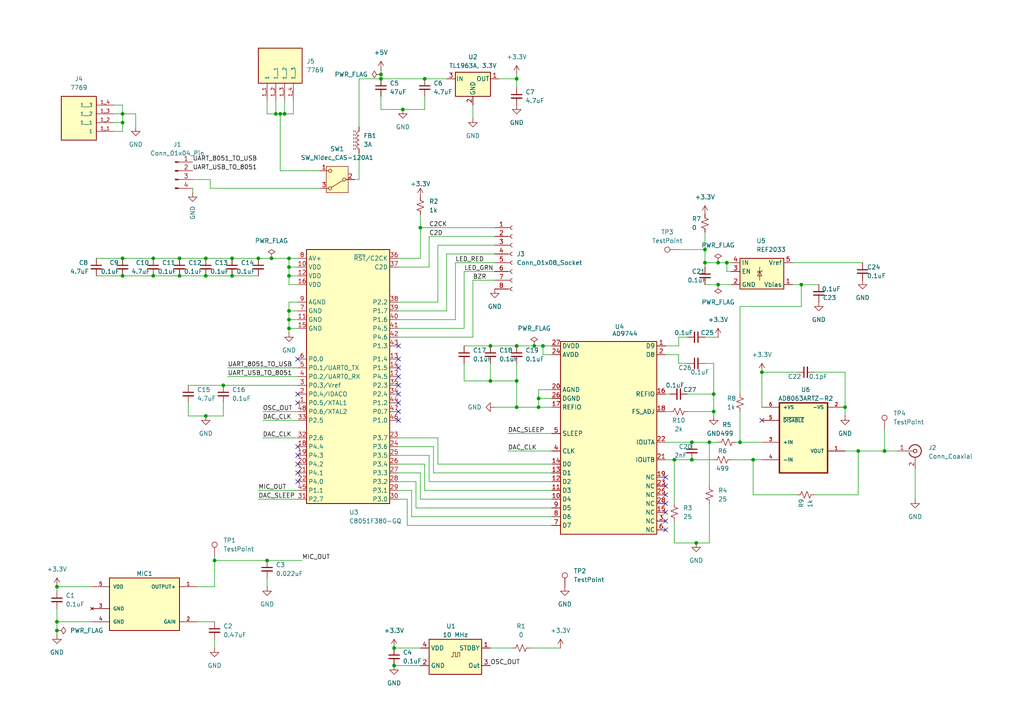
<source format=kicad_sch>
(kicad_sch (version 20231120) (generator "eeschema") (generator_version "8.0")
  (paper "A4")
  (title_block (title "AWG") (date "2024-08-14") (company "Prince Lee Muhera"))
  (lib_symbols
    (symbol "7769:7769" (pin_names (offset 1.016))
      (property "Reference" "J" (at -5.08 3.302 0))
      (property "Value" "7769" (at -5.08 -12.7 0))
      (symbol "7769_0_0"
        (pin passive line (at -10.16 0 0) (length 5.08) (name "1") (number "1_1"))
        (pin passive line (at -10.16 -2.54 0) (length 5.08) (name "1__1") (number "1_2"))
        (pin passive line (at -10.16 -5.08 0) (length 5.08) (name "1__2") (number "1_3"))
        (pin passive line (at -10.16 -7.62 0) (length 5.08) (name "1__3") (number "1_4"))
      )
    )
    (symbol "AD8063ARTZ-R2:AD8063ARTZ-R2" (pin_names (offset 1.016))
      (property "Reference" "U6" (at 5.08 11.43 0))
      (property "Value" "AD8063ARTZ-R2" (at 5.08 8.89 0))
      (symbol "AD8063ARTZ-R2_0_0"
        (pin output line (at 16.51 -6.35 180) (length 5.08) (name "VOUT") (number "1"))
        (pin power_in line (at 16.51 6.35 180) (length 5.08) (name "-VS") (number "2"))
        (pin input line (at -7.62 -3.81 0) (length 5.08) (name "+IN") (number "3"))
        (pin input line (at -7.62 -8.89 0) (length 5.08) (name "-IN") (number "4"))
        (pin power_in line (at -7.62 6.35 0) (length 5.08) (name "+VS") (number "6"))
      )
      (symbol "AD8063ARTZ-R2_1_0"
        (pin input line (at -7.62 2.54 0) (length 5.08) (name "~{DISABLE}") (number "5"))
      )
    )
    (symbol "Analog_DAC:AD9744"
      (property "Reference" "U4" (at 1.778 32.258 0))
      (property "Value" "AD9744" (at 1.016 30.226 0))
      (symbol "AD9744_1_1"
        (pin input line (at 16.51 26.67 180) (length 2.54) (name "D9") (number "1"))
        (pin input line (at -16.51 -17.78 0) (length 2.54) (name "D4") (number "10"))
        (pin input line (at -16.51 -15.24 0) (length 2.54) (name "D3") (number "11"))
        (pin input line (at -16.51 -12.7 0) (length 2.54) (name "D2") (number "12"))
        (pin input line (at -16.51 -10.16 0) (length 2.54) (name "D1") (number "13"))
        (pin input line (at -16.51 -7.62 0) (length 2.54) (name "D0") (number "14"))
        (pin input line (at 16.51 -21.59 180) (length 2.54) (name "NC") (number "15"))
        (pin input line (at 16.51 12.7 180) (length 2.54) (name "REFIO") (number "16"))
        (pin input line (at -16.51 8.89 0) (length 2.54) (name "REFIO") (number "17"))
        (pin input line (at 16.51 7.62 180) (length 2.54) (name "FS_ADJ") (number "18"))
        (pin input line (at 16.51 -11.43 180) (length 2.54) (name "NC") (number "19"))
        (pin input line (at 16.51 24.13 180) (length 2.54) (name "D8") (number "2"))
        (pin power_in line (at -16.51 13.97 0) (length 2.54) (name "AGND") (number "20"))
        (pin output line (at 16.51 -6.35 180) (length 2.54) (name "IOUTB") (number "21"))
        (pin output line (at 16.51 -1.27 180) (length 2.54) (name "IOUTA") (number "22"))
        (pin input line (at 16.51 -13.97 180) (length 2.54) (name "NC") (number "23"))
        (pin power_in line (at -16.51 24.13 0) (length 2.54) (name "AVDD") (number "24"))
        (pin input line (at 16.51 -16.51 180) (length 2.54) (name "NC") (number "25"))
        (pin power_in line (at -16.51 11.43 0) (length 2.54) (name "DGND") (number "26"))
        (pin power_in line (at -16.51 26.67 0) (length 2.54) (name "DVDD") (number "27"))
        (pin input line (at 16.51 -19.05 180) (length 2.54) (name "NC") (number "28"))
        (pin input line (at 16.51 -24.13 180) (length 2.54) (name "NC") (number "3"))
        (pin input line (at -16.51 -3.81 0) (length 2.54) (name "CLK") (number "4"))
        (pin input line (at -16.51 1.27 0) (length 2.54) (name "SLEEP") (number "5"))
        (pin input line (at 16.51 -26.67 180) (length 2.54) (name "NC") (number "6"))
        (pin input line (at -16.51 -25.4 0) (length 2.54) (name "D7") (number "7"))
        (pin input line (at -16.51 -22.86 0) (length 2.54) (name "D6") (number "8"))
        (pin input line (at -16.51 -20.32 0) (length 2.54) (name "D5") (number "9"))
      )
    )
    (symbol "Connector:Conn_01x04_Pin" (pin_names (offset 1.016) hide)
      (property "Reference" "J" (at 0 5.08 0))
      (property "Value" "Conn_01x04_Pin" (at 0 -7.62 0))
      (symbol "Conn_01x04_Pin_1_1"
        (pin passive line (at 5.08 2.54 180) (length 3.81) (name "Pin_1") (number "1"))
        (pin passive line (at 5.08 0 180) (length 3.81) (name "Pin_2") (number "2"))
        (pin passive line (at 5.08 -2.54 180) (length 3.81) (name "Pin_3") (number "3"))
        (pin passive line (at 5.08 -5.08 180) (length 3.81) (name "Pin_4") (number "4"))
      )
    )
    (symbol "Connector:Conn_01x08_Socket" (pin_names (offset 1.016) hide)
      (property "Reference" "J" (at 0 10.16 0))
      (property "Value" "Conn_01x08_Socket" (at 0 -12.7 0))
      (symbol "Conn_01x08_Socket_1_1"
        (pin passive line (at -5.08 7.62 0) (length 3.81) (name "Pin_1") (number "1"))
        (pin passive line (at -5.08 5.08 0) (length 3.81) (name "Pin_2") (number "2"))
        (pin passive line (at -5.08 2.54 0) (length 3.81) (name "Pin_3") (number "3"))
        (pin passive line (at -5.08 0 0) (length 3.81) (name "Pin_4") (number "4"))
        (pin passive line (at -5.08 -2.54 0) (length 3.81) (name "Pin_5") (number "5"))
        (pin passive line (at -5.08 -5.08 0) (length 3.81) (name "Pin_6") (number "6"))
        (pin passive line (at -5.08 -7.62 0) (length 3.81) (name "Pin_7") (number "7"))
        (pin passive line (at -5.08 -10.16 0) (length 3.81) (name "Pin_8") (number "8"))
      )
    )
    (symbol "Connector:Conn_Coaxial" (pin_names (offset 1.016) hide)
      (property "Reference" "J" (at 0.254 3.048 0))
      (property "Value" "Conn_Coaxial" (at 2.921 0 90))
      (symbol "Conn_Coaxial_1_1"
        (pin passive line (at -5.08 0 0) (length 2.54) (name "In") (number "1"))
        (pin passive line (at 0 -5.08 90) (length 2.54) (name "Ext") (number "2"))
      )
    )
    (symbol "Connector:TestPoint" (pin_numbers hide) (pin_names (offset 0.762) hide)
      (property "Reference" "TP" (at 0 6.858 0))
      (property "Value" "TestPoint" (at 0 5.08 0))
      (symbol "TestPoint_1_1"
        (pin passive line (at 0 0 90) (length 2.54) (name "1") (number "1"))
      )
    )
    (symbol "Device:C_Small" (pin_numbers hide) (pin_names (offset 0.254) hide)
      (property "Reference" "C" (at 0.254 1.778 0))
      (property "Value" "C_Small" (at 0.254 -2.032 0))
      (symbol "C_Small_1_1"
        (pin passive line (at 0 2.54 270) (length 2.032) (name "~") (number "1"))
        (pin passive line (at 0 -2.54 90) (length 2.032) (name "~") (number "2"))
      )
    )
    (symbol "Device:L_Ferrite" (pin_numbers hide) (pin_names (offset 1.016) hide)
      (property "Reference" "L" (at -1.27 0 90))
      (property "Value" "L_Ferrite" (at 2.794 0 90))
      (symbol "L_Ferrite_1_1"
        (pin passive line (at 0 3.81 270) (length 1.27) (name "1") (number "1"))
        (pin passive line (at 0 -3.81 90) (length 1.27) (name "2") (number "2"))
      )
    )
    (symbol "Device:R_Small_US" (pin_numbers hide) (pin_names (offset 0.254) hide)
      (property "Reference" "R" (at 0.762 0.508 0))
      (property "Value" "R_Small_US" (at 0.762 -1.016 0))
      (symbol "R_Small_US_1_1"
        (pin passive line (at 0 2.54 270) (length 1.016) (name "~") (number "1"))
        (pin passive line (at 0 -2.54 90) (length 1.016) (name "~") (number "2"))
      )
    )
    (symbol "MCU_SiliconLabs:C8051F380-GQ"
      (property "Reference" "U3" (at 2.1941 -38.1 0))
      (property "Value" "C8051F380-GQ" (at 2.1941 -40.64 0))
      (symbol "C8051F380-GQ_1_1"
        (pin bidirectional line (at -12.7 -6.35 0) (length 2.54) (name "P0.5/XTAL1") (number "1"))
        (pin power_in line (at -12.7 33.02 0) (length 2.54) (name "VDD") (number "10"))
        (pin power_in line (at -12.7 17.78 0) (length 2.54) (name "GND") (number "11"))
        (pin power_in line (at -12.7 30.48 0) (length 2.54) (name "VDD") (number "12"))
        (pin output line (at 16.51 6.35 180) (length 2.54) (name "P1.4") (number "13"))
        (pin bidirectional line (at 16.51 3.81 180) (length 2.54) (name "P1.5") (number "14"))
        (pin power_in line (at -12.7 15.24 0) (length 2.54) (name "GND") (number "15"))
        (pin power_in line (at -12.7 27.94 0) (length 2.54) (name "VDD") (number "16"))
        (pin bidirectional line (at 16.51 1.27 180) (length 2.54) (name "P4.5") (number "17"))
        (pin bidirectional line (at -12.7 -19.05 0) (length 2.54) (name "P4.4") (number "18"))
        (pin bidirectional line (at -12.7 -21.59 0) (length 2.54) (name "P4.3") (number "19"))
        (pin bidirectional line (at -12.7 -3.81 0) (length 2.54) (name "P0.4/IDACO") (number "2"))
        (pin bidirectional line (at -12.7 -24.13 0) (length 2.54) (name "P4.2") (number "20"))
        (pin bidirectional line (at -12.7 -26.67 0) (length 2.54) (name "P4.1") (number "21"))
        (pin bidirectional line (at -12.7 -29.21 0) (length 2.54) (name "P4.0") (number "22"))
        (pin bidirectional line (at 16.51 -16.51 180) (length 2.54) (name "P3.7") (number "23"))
        (pin bidirectional line (at 16.51 -19.05 180) (length 2.54) (name "P3.6") (number "24"))
        (pin bidirectional line (at 16.51 -21.59 180) (length 2.54) (name "P3.5") (number "25"))
        (pin bidirectional line (at 16.51 -24.13 180) (length 2.54) (name "P3.4") (number "26"))
        (pin bidirectional line (at 16.51 -26.67 180) (length 2.54) (name "P3.3") (number "27"))
        (pin bidirectional line (at 16.51 -29.21 180) (length 2.54) (name "P3.2") (number "28"))
        (pin bidirectional line (at 16.51 -31.75 180) (length 2.54) (name "P3.1") (number "29"))
        (pin bidirectional line (at -12.7 -1.27 0) (length 2.54) (name "P0.3/Vref") (number "3"))
        (pin bidirectional line (at 16.51 -34.29 180) (length 2.54) (name "P3.0") (number "30"))
        (pin bidirectional line (at -12.7 -34.29 0) (length 2.54) (name "P2.7") (number "31"))
        (pin bidirectional line (at -12.7 -16.51 0) (length 2.54) (name "P2.6") (number "32"))
        (pin bidirectional line (at -12.7 -11.43 0) (length 2.54) (name "P2.5") (number "33"))
        (pin bidirectional line (at 16.51 -3.81 180) (length 2.54) (name "P2.4") (number "34"))
        (pin bidirectional line (at 16.51 -1.27 180) (length 2.54) (name "P2.3") (number "35"))
        (pin input line (at 16.51 35.56 180) (length 2.54) (name "~{RST}/C2CK") (number "36"))
        (pin bidirectional line (at 16.51 33.02 180) (length 2.54) (name "C2D") (number "37"))
        (pin bidirectional line (at 16.51 22.86 180) (length 2.54) (name "P2.2") (number "38"))
        (pin bidirectional line (at 16.51 20.32 180) (length 2.54) (name "P1.7") (number "39"))
        (pin bidirectional line (at -12.7 1.27 0) (length 2.54) (name "P0.2/UART0_RX") (number "4"))
        (pin bidirectional line (at 16.51 17.78 180) (length 2.54) (name "P1.6") (number "40"))
        (pin bidirectional line (at 16.51 15.24 180) (length 2.54) (name "P4.5") (number "41"))
        (pin bidirectional line (at 16.51 12.7 180) (length 2.54) (name "P4.6") (number "42"))
        (pin bidirectional line (at 16.51 10.16 180) (length 2.54) (name "P1.3") (number "43"))
        (pin bidirectional line (at 16.51 -6.35 180) (length 2.54) (name "P1.2") (number "44"))
        (pin bidirectional line (at -12.7 -31.75 0) (length 2.54) (name "P1.1") (number "45"))
        (pin bidirectional line (at 16.51 -11.43 180) (length 2.54) (name "P1.0") (number "46"))
        (pin bidirectional line (at 16.51 -8.89 180) (length 2.54) (name "P0.7") (number "47"))
        (pin bidirectional line (at -12.7 -8.89 0) (length 2.54) (name "P0.6/XTAL2") (number "48"))
        (pin bidirectional line (at -12.7 3.81 0) (length 2.54) (name "P0.1/UART0_TX") (number "5"))
        (pin bidirectional line (at -12.7 6.35 0) (length 2.54) (name "P0.0") (number "6"))
        (pin power_in line (at -12.7 20.32 0) (length 2.54) (name "GND") (number "7"))
        (pin power_in line (at -12.7 35.56 0) (length 2.54) (name "AV+") (number "8"))
        (pin power_in line (at -12.7 22.86 0) (length 2.54) (name "AGND") (number "9"))
      )
    )
    (symbol "MEM_Mic:ICS-40618" (pin_names (offset 1.016))
      (property "Reference" "MIC1" (at 1.27 7.62 0))
      (symbol "ICS-40618_0_0"
        (pin output line (at 16.51 3.81 180) (length 5.08) (name "OUTPUT+") (number "1"))
        (pin power_in line (at -13.97 -6.35 0) (length 5.08) (name "GND") (number "4"))
        (pin power_in line (at -13.97 3.81 0) (length 5.08) (name "VDD") (number "5"))
      )
      (symbol "ICS-40618_1_0"
        (pin output line (at 16.51 -6.35 180) (length 5.08) (name "GAIN") (number "2"))
        (pin no_connect line (at -13.97 -2.54 0) (length 5.08) (name "GND") (number "3"))
      )
    )
    (symbol "Oscillator:ASDMB-xxxMHz"
      (property "Reference" "U?" (at 0.254 8.89 0))
      (property "Value" "ASDMB-xxxMHz" (at 0.254 6.35 0))
      (symbol "ASDMB-xxxMHz_1_1"
        (pin input line (at 10.16 2.54 180) (length 2.54) (name "STDBY") (number "1"))
        (pin power_in line (at -10.16 -2.54 0) (length 2.54) (name "GND") (number "2"))
        (pin output line (at 10.16 -2.54 180) (length 2.54) (name "Out") (number "3"))
        (pin power_in line (at -10.16 2.54 0) (length 2.54) (name "VDD") (number "4"))
      )
    )
    (symbol "Reference_Voltage:REF2033"
      (property "Reference" "U?" (at -0.3459 10.16 0))
      (property "Value" "REF2033" (at -0.3459 7.62 0))
      (symbol "REF2033_1_1"
        (pin output line (at 10.16 -2.54 180) (length 2.54) (name "Vbias") (number "1"))
        (pin power_in line (at -7.62 -2.54 0) (length 2.54) (name "GND") (number "2"))
        (pin input line (at -7.62 1.27 0) (length 2.54) (name "EN") (number "3"))
        (pin power_in line (at -7.62 3.81 0) (length 2.54) (name "IN") (number "4"))
        (pin output line (at 10.16 3.81 180) (length 2.54) (name "Vref") (number "5"))
      )
    )
    (symbol "Regulator_Linear:L78L09_SOT89" (pin_names (offset 0.254))
      (property "Reference" "U" (at -3.81 3.175 0))
      (property "Value" "L78L09_SOT89" (at -0.635 3.175 0))
      (symbol "L78L09_SOT89_1_1"
        (pin power_out line (at 7.62 0 180) (length 2.54) (name "OUT") (number "1"))
        (pin power_in line (at 0 -7.62 90) (length 2.54) (name "GND") (number "2"))
        (pin power_in line (at -7.62 0 0) (length 2.54) (name "IN") (number "3"))
      )
    )
    (symbol "Switch:SW_Nidec_CAS-120A1" (pin_names (offset 1) hide)
      (property "Reference" "SW" (at 0 4.318 0))
      (property "Value" "SW_Nidec_CAS-120A1" (at 0 -5.08 0))
      (symbol "SW_Nidec_CAS-120A1_1_1"
        (pin passive line (at 5.08 -2.54 180) (length 2.54) (name "C") (number "1"))
        (pin passive line (at -5.08 0 0) (length 2.54) (name "B") (number "2"))
        (pin passive line (at 5.08 2.54 180) (length 2.54) (name "A") (number "3"))
      )
    )
    (symbol "power:+3.3V" (power) (pin_numbers hide) (pin_names (offset 0) hide)
      (property "Value" "+3.3V" (at 0 3.556 0))
      (symbol "+3.3V_1_1"
        (pin power_in line (at 0 0 90) (length 0) (name "~") (number "1"))
      )
    )
    (symbol "power:+5V" (power) (pin_numbers hide) (pin_names (offset 0) hide)
      (property "Value" "+5V" (at 0 3.556 0))
      (symbol "+5V_1_1"
        (pin power_in line (at 0 0 90) (length 0) (name "~") (number "1"))
      )
    )
    (symbol "power:GND" (power) (pin_numbers hide) (pin_names (offset 0) hide)
      (property "Value" "GND" (at 0 -3.81 0))
      (symbol "GND_1_1"
        (pin power_in line (at 0 0 270) (length 0) (name "~") (number "1"))
      )
    )
    (symbol "power:PWR_FLAG" (power) (pin_numbers hide) (pin_names (offset 0) hide)
      (property "Value" "PWR_FLAG" (at 0 3.81 0))
      (symbol "PWR_FLAG_0_0"
        (pin power_out line (at 0 0 90) (length 0) (name "~") (number "1"))
      )
    )
  )
  (junction (at 74.93 74.93))
  (junction (at 121.92 66.04))
  (junction (at 67.31 74.93))
  (junction (at 35.56 33.02))
  (junction (at 142.24 110.49))
  (junction (at 195.58 133.35))
  (junction (at 35.56 74.93))
  (junction (at 83.82 95.25))
  (junction (at 149.86 22.86))
  (junction (at 67.31 80.01))
  (junction (at 59.69 80.01))
  (junction (at 214.63 128.27))
  (junction (at 114.3 187.96))
  (junction (at 208.28 76.2))
  (junction (at 232.41 82.55))
  (junction (at 200.66 133.35))
  (junction (at 80.01 33.02))
  (junction (at 83.82 90.17))
  (junction (at 64.77 111.76))
  (junction (at 207.01 119.38))
  (junction (at 208.28 82.55))
  (junction (at 83.82 92.71))
  (junction (at 114.3 193.04))
  (junction (at 149.86 110.49))
  (junction (at 82.55 33.02))
  (junction (at 44.45 80.01))
  (junction (at 248.92 130.81))
  (junction (at 256.54 130.81))
  (junction (at 116.84 31.75))
  (junction (at 204.47 72.39))
  (junction (at 110.49 21.59))
  (junction (at 210.82 76.2))
  (junction (at 123.19 22.86))
  (junction (at 156.21 115.57))
  (junction (at 16.51 170.18))
  (junction (at 81.28 33.02))
  (junction (at 59.69 74.93))
  (junction (at 83.82 77.47))
  (junction (at 59.69 120.65))
  (junction (at 77.47 162.56))
  (junction (at 157.48 100.33))
  (junction (at 149.86 100.33))
  (junction (at 16.51 180.34))
  (junction (at 207.01 114.3))
  (junction (at 83.82 74.93))
  (junction (at 201.93 157.48))
  (junction (at 204.47 76.2))
  (junction (at 35.56 80.01))
  (junction (at 156.21 118.11))
  (junction (at 62.23 162.56))
  (junction (at 78.74 74.93))
  (junction (at 154.94 100.33))
  (junction (at 149.86 118.11))
  (junction (at 245.11 118.11))
  (junction (at 44.45 74.93))
  (junction (at 205.74 128.27))
  (junction (at 200.66 128.27))
  (junction (at 110.49 22.86))
  (junction (at 52.07 74.93))
  (junction (at 142.24 100.33))
  (junction (at 218.44 133.35))
  (junction (at 52.07 80.01))
  (junction (at 220.98 107.95))
  (junction (at 35.56 35.56))
  (junction (at 16.51 182.88))
  (junction (at 83.82 80.01))
  (no_connect (at 86.36 137.16))
  (no_connect (at 115.57 116.84))
  (no_connect (at 193.04 151.13))
  (no_connect (at 115.57 100.33))
  (no_connect (at 193.04 138.43))
  (no_connect (at 115.57 111.76))
  (no_connect (at 86.36 132.08))
  (no_connect (at 193.04 153.67))
  (no_connect (at 115.57 109.22))
  (no_connect (at 86.36 139.7))
  (no_connect (at 193.04 143.51))
  (no_connect (at 86.36 104.14))
  (no_connect (at 193.04 140.97))
  (no_connect (at 115.57 106.68))
  (no_connect (at 115.57 114.3))
  (no_connect (at 193.04 146.05))
  (no_connect (at 115.57 104.14))
  (no_connect (at 193.04 148.59))
  (no_connect (at 86.36 116.84))
  (no_connect (at 86.36 129.54))
  (no_connect (at 220.98 121.92))
  (no_connect (at 86.36 134.62))
  (no_connect (at 115.57 121.92))
  (no_connect (at 115.57 119.38))
  (no_connect (at 86.36 114.3))
  (wire (pts (xy 104.14 36.83) (xy 104.14 22.86)))
  (wire (pts (xy 265.43 135.89) (xy 265.43 144.78)))
  (wire (pts (xy 77.47 29.21) (xy 77.47 33.02)))
  (wire (pts (xy 156.21 118.11) (xy 160.02 118.11)))
  (wire (pts (xy 204.47 72.39) (xy 204.47 67.31)))
  (wire (pts (xy 193.04 133.35) (xy 195.58 133.35)))
  (wire (pts (xy 236.22 143.51) (xy 248.92 143.51)))
  (wire (pts (xy 110.49 31.75) (xy 116.84 31.75)))
  (wire (pts (xy 115.57 127) (xy 127 127)))
  (wire (pts (xy 76.2 119.38) (xy 86.36 119.38)))
  (wire (pts (xy 83.82 82.55) (xy 83.82 80.01)))
  (wire (pts (xy 147.32 125.73) (xy 160.02 125.73)))
  (wire (pts (xy 195.58 133.35) (xy 195.58 146.05)))
  (wire (pts (xy 114.3 187.96) (xy 121.92 187.96)))
  (wire (pts (xy 208.28 76.2) (xy 204.47 76.2)))
  (wire (pts (xy 149.86 110.49) (xy 149.86 105.41)))
  (wire (pts (xy 55.88 52.07) (xy 60.96 52.07)))
  (wire (pts (xy 232.41 82.55) (xy 237.49 82.55)))
  (wire (pts (xy 110.49 27.94) (xy 110.49 31.75)))
  (wire (pts (xy 196.85 72.39) (xy 204.47 72.39)))
  (wire (pts (xy 35.56 80.01) (xy 44.45 80.01)))
  (wire (pts (xy 147.32 130.81) (xy 160.02 130.81)))
  (wire (pts (xy 129.54 73.66) (xy 143.51 73.66)))
  (wire (pts (xy 129.54 90.17) (xy 129.54 73.66)))
  (wire (pts (xy 92.71 49.53) (xy 81.28 49.53)))
  (wire (pts (xy 54.61 111.76) (xy 64.77 111.76)))
  (wire (pts (xy 123.19 142.24) (xy 160.02 142.24)))
  (wire (pts (xy 115.57 134.62) (xy 123.19 134.62)))
  (wire (pts (xy 214.63 88.9) (xy 232.41 88.9)))
  (wire (pts (xy 160.02 113.03) (xy 156.21 113.03)))
  (wire (pts (xy 125.73 137.16) (xy 160.02 137.16)))
  (wire (pts (xy 104.14 52.07) (xy 102.87 52.07)))
  (wire (pts (xy 35.56 35.56) (xy 35.56 33.02)))
  (wire (pts (xy 127 71.12) (xy 143.51 71.12)))
  (wire (pts (xy 82.55 33.02) (xy 85.09 33.02)))
  (wire (pts (xy 229.87 76.2) (xy 250.19 76.2)))
  (wire (pts (xy 62.23 162.56) (xy 77.47 162.56)))
  (wire (pts (xy 134.62 95.25) (xy 134.62 78.74)))
  (wire (pts (xy 59.69 74.93) (xy 67.31 74.93)))
  (wire (pts (xy 124.46 132.08) (xy 124.46 139.7)))
  (wire (pts (xy 212.09 133.35) (xy 218.44 133.35)))
  (wire (pts (xy 44.45 80.01) (xy 52.07 80.01)))
  (wire (pts (xy 83.82 92.71) (xy 83.82 95.25)))
  (wire (pts (xy 157.48 102.87) (xy 160.02 102.87)))
  (wire (pts (xy 123.19 31.75) (xy 116.84 31.75)))
  (wire (pts (xy 245.11 107.95) (xy 245.11 118.11)))
  (wire (pts (xy 83.82 80.01) (xy 83.82 77.47)))
  (wire (pts (xy 114.3 193.04) (xy 121.92 193.04)))
  (wire (pts (xy 33.02 33.02) (xy 35.56 33.02)))
  (wire (pts (xy 33.02 38.1) (xy 35.56 38.1)))
  (wire (pts (xy 119.38 142.24) (xy 119.38 149.86)))
  (wire (pts (xy 80.01 33.02) (xy 81.28 33.02)))
  (wire (pts (xy 104.14 22.86) (xy 110.49 22.86)))
  (wire (pts (xy 57.15 180.34) (xy 62.23 180.34)))
  (wire (pts (xy 214.63 128.27) (xy 220.98 128.27)))
  (wire (pts (xy 245.11 130.81) (xy 248.92 130.81)))
  (wire (pts (xy 83.82 90.17) (xy 86.36 90.17)))
  (wire (pts (xy 121.92 66.04) (xy 143.51 66.04)))
  (wire (pts (xy 62.23 170.18) (xy 62.23 162.56)))
  (wire (pts (xy 134.62 100.33) (xy 142.24 100.33)))
  (wire (pts (xy 204.47 76.2) (xy 204.47 72.39)))
  (wire (pts (xy 44.45 74.93) (xy 52.07 74.93)))
  (wire (pts (xy 207.01 105.41) (xy 204.47 105.41)))
  (wire (pts (xy 142.24 110.49) (xy 149.86 110.49)))
  (wire (pts (xy 35.56 33.02) (xy 39.37 33.02)))
  (wire (pts (xy 110.49 21.59) (xy 110.49 22.86)))
  (wire (pts (xy 80.01 29.21) (xy 80.01 33.02)))
  (wire (pts (xy 16.51 170.18) (xy 16.51 171.45)))
  (wire (pts (xy 83.82 90.17) (xy 83.82 92.71)))
  (wire (pts (xy 156.21 113.03) (xy 156.21 115.57)))
  (wire (pts (xy 231.14 143.51) (xy 218.44 143.51)))
  (wire (pts (xy 149.86 22.86) (xy 149.86 21.59)))
  (wire (pts (xy 229.87 82.55) (xy 232.41 82.55)))
  (wire (pts (xy 125.73 129.54) (xy 125.73 137.16)))
  (wire (pts (xy 115.57 132.08) (xy 124.46 132.08)))
  (wire (pts (xy 77.47 33.02) (xy 80.01 33.02)))
  (wire (pts (xy 120.65 139.7) (xy 120.65 147.32)))
  (wire (pts (xy 121.92 137.16) (xy 121.92 144.78)))
  (wire (pts (xy 157.48 100.33) (xy 160.02 100.33)))
  (wire (pts (xy 16.51 184.15) (xy 16.51 182.88)))
  (wire (pts (xy 115.57 129.54) (xy 125.73 129.54)))
  (wire (pts (xy 248.92 143.51) (xy 248.92 130.81)))
  (wire (pts (xy 153.67 187.96) (xy 162.56 187.96)))
  (wire (pts (xy 193.04 128.27) (xy 200.66 128.27)))
  (wire (pts (xy 205.74 128.27) (xy 208.28 128.27)))
  (wire (pts (xy 231.14 107.95) (xy 220.98 107.95)))
  (wire (pts (xy 62.23 185.42) (xy 62.23 187.96)))
  (wire (pts (xy 16.51 182.88) (xy 16.51 180.34)))
  (wire (pts (xy 119.38 149.86) (xy 160.02 149.86)))
  (wire (pts (xy 83.82 87.63) (xy 83.82 90.17)))
  (wire (pts (xy 85.09 33.02) (xy 85.09 29.21)))
  (wire (pts (xy 134.62 78.74) (xy 143.51 78.74)))
  (wire (pts (xy 60.96 52.07) (xy 60.96 54.61)))
  (wire (pts (xy 205.74 128.27) (xy 205.74 140.97)))
  (wire (pts (xy 76.2 127) (xy 86.36 127)))
  (wire (pts (xy 115.57 90.17) (xy 129.54 90.17)))
  (wire (pts (xy 86.36 82.55) (xy 83.82 82.55)))
  (wire (pts (xy 81.28 49.53) (xy 81.28 33.02)))
  (wire (pts (xy 232.41 88.9) (xy 232.41 82.55)))
  (wire (pts (xy 248.92 130.81) (xy 256.54 130.81)))
  (wire (pts (xy 204.47 97.79) (xy 208.28 97.79)))
  (wire (pts (xy 213.36 128.27) (xy 214.63 128.27)))
  (wire (pts (xy 74.93 142.24) (xy 86.36 142.24)))
  (wire (pts (xy 196.85 102.87) (xy 196.85 105.41)))
  (wire (pts (xy 193.04 100.33) (xy 196.85 100.33)))
  (wire (pts (xy 74.93 144.78) (xy 86.36 144.78)))
  (wire (pts (xy 110.49 22.86) (xy 123.19 22.86)))
  (wire (pts (xy 256.54 124.46) (xy 256.54 130.81)))
  (wire (pts (xy 207.01 120.65) (xy 207.01 119.38)))
  (wire (pts (xy 77.47 162.56) (xy 87.63 162.56)))
  (wire (pts (xy 64.77 111.76) (xy 86.36 111.76)))
  (wire (pts (xy 196.85 97.79) (xy 196.85 100.33)))
  (wire (pts (xy 127 127) (xy 127 134.62)))
  (wire (pts (xy 81.28 33.02) (xy 82.55 33.02)))
  (wire (pts (xy 59.69 80.01) (xy 67.31 80.01)))
  (wire (pts (xy 77.47 167.64) (xy 77.47 170.18)))
  (wire (pts (xy 154.94 100.33) (xy 157.48 100.33)))
  (wire (pts (xy 66.04 106.68) (xy 86.36 106.68)))
  (wire (pts (xy 54.61 116.84) (xy 54.61 120.65)))
  (wire (pts (xy 236.22 107.95) (xy 245.11 107.95)))
  (wire (pts (xy 196.85 105.41) (xy 199.39 105.41)))
  (wire (pts (xy 26.67 170.18) (xy 16.51 170.18)))
  (wire (pts (xy 120.65 147.32) (xy 160.02 147.32)))
  (wire (pts (xy 193.04 114.3) (xy 194.31 114.3)))
  (wire (pts (xy 64.77 120.65) (xy 59.69 120.65)))
  (wire (pts (xy 83.82 95.25) (xy 86.36 95.25)))
  (wire (pts (xy 83.82 95.25) (xy 83.82 96.52)))
  (wire (pts (xy 39.37 33.02) (xy 39.37 36.83)))
  (wire (pts (xy 83.82 77.47) (xy 83.82 74.93)))
  (wire (pts (xy 149.86 100.33) (xy 154.94 100.33)))
  (wire (pts (xy 149.86 110.49) (xy 149.86 118.11)))
  (wire (pts (xy 123.19 27.94) (xy 123.19 31.75)))
  (wire (pts (xy 115.57 144.78) (xy 118.11 144.78)))
  (wire (pts (xy 137.16 97.79) (xy 137.16 81.28)))
  (wire (pts (xy 64.77 116.84) (xy 64.77 120.65)))
  (wire (pts (xy 195.58 151.13) (xy 195.58 157.48)))
  (wire (pts (xy 142.24 187.96) (xy 148.59 187.96)))
  (wire (pts (xy 115.57 92.71) (xy 132.08 92.71)))
  (wire (pts (xy 115.57 77.47) (xy 124.46 77.47)))
  (wire (pts (xy 83.82 80.01) (xy 86.36 80.01)))
  (wire (pts (xy 55.88 55.88) (xy 55.88 54.61)))
  (wire (pts (xy 123.19 134.62) (xy 123.19 142.24)))
  (wire (pts (xy 121.92 62.23) (xy 121.92 66.04)))
  (wire (pts (xy 193.04 102.87) (xy 196.85 102.87)))
  (wire (pts (xy 212.09 78.74) (xy 210.82 78.74)))
  (wire (pts (xy 195.58 133.35) (xy 200.66 133.35)))
  (wire (pts (xy 26.67 180.34) (xy 16.51 180.34)))
  (wire (pts (xy 204.47 82.55) (xy 208.28 82.55)))
  (wire (pts (xy 199.39 119.38) (xy 207.01 119.38)))
  (wire (pts (xy 149.86 118.11) (xy 156.21 118.11)))
  (wire (pts (xy 132.08 76.2) (xy 143.51 76.2)))
  (wire (pts (xy 86.36 87.63) (xy 83.82 87.63)))
  (wire (pts (xy 118.11 144.78) (xy 118.11 152.4)))
  (wire (pts (xy 193.04 119.38) (xy 194.31 119.38)))
  (wire (pts (xy 200.66 128.27) (xy 205.74 128.27)))
  (wire (pts (xy 143.51 118.11) (xy 149.86 118.11)))
  (wire (pts (xy 134.62 110.49) (xy 142.24 110.49)))
  (wire (pts (xy 76.2 121.92) (xy 86.36 121.92)))
  (wire (pts (xy 115.57 87.63) (xy 127 87.63)))
  (wire (pts (xy 52.07 80.01) (xy 59.69 80.01)))
  (wire (pts (xy 212.09 76.2) (xy 210.82 76.2)))
  (wire (pts (xy 33.02 35.56) (xy 35.56 35.56)))
  (wire (pts (xy 74.93 74.93) (xy 78.74 74.93)))
  (wire (pts (xy 27.94 74.93) (xy 35.56 74.93)))
  (wire (pts (xy 62.23 162.56) (xy 62.23 161.29)))
  (wire (pts (xy 118.11 152.4) (xy 160.02 152.4)))
  (wire (pts (xy 214.63 119.38) (xy 214.63 128.27)))
  (wire (pts (xy 207.01 119.38) (xy 207.01 114.3)))
  (wire (pts (xy 157.48 102.87) (xy 157.48 100.33)))
  (wire (pts (xy 210.82 76.2) (xy 208.28 76.2)))
  (wire (pts (xy 156.21 115.57) (xy 160.02 115.57)))
  (wire (pts (xy 35.56 38.1) (xy 35.56 35.56)))
  (wire (pts (xy 83.82 74.93) (xy 86.36 74.93)))
  (wire (pts (xy 142.24 100.33) (xy 149.86 100.33)))
  (wire (pts (xy 124.46 68.58) (xy 143.51 68.58)))
  (wire (pts (xy 214.63 114.3) (xy 214.63 88.9)))
  (wire (pts (xy 67.31 80.01) (xy 74.93 80.01)))
  (wire (pts (xy 134.62 105.41) (xy 134.62 110.49)))
  (wire (pts (xy 205.74 157.48) (xy 201.93 157.48)))
  (wire (pts (xy 27.94 80.01) (xy 35.56 80.01)))
  (wire (pts (xy 137.16 81.28) (xy 143.51 81.28)))
  (wire (pts (xy 245.11 118.11) (xy 245.11 120.65)))
  (wire (pts (xy 195.58 157.48) (xy 201.93 157.48)))
  (wire (pts (xy 142.24 105.41) (xy 142.24 110.49)))
  (wire (pts (xy 115.57 97.79) (xy 137.16 97.79)))
  (wire (pts (xy 104.14 52.07) (xy 104.14 44.45)))
  (wire (pts (xy 66.04 109.22) (xy 86.36 109.22)))
  (wire (pts (xy 35.56 74.93) (xy 44.45 74.93)))
  (wire (pts (xy 200.66 133.35) (xy 207.01 133.35)))
  (wire (pts (xy 115.57 95.25) (xy 134.62 95.25)))
  (wire (pts (xy 218.44 143.51) (xy 218.44 133.35)))
  (wire (pts (xy 124.46 139.7) (xy 160.02 139.7)))
  (wire (pts (xy 123.19 22.86) (xy 129.54 22.86)))
  (wire (pts (xy 149.86 22.86) (xy 149.86 25.4)))
  (wire (pts (xy 127 87.63) (xy 127 71.12)))
  (wire (pts (xy 115.57 142.24) (xy 119.38 142.24)))
  (wire (pts (xy 137.16 30.48) (xy 137.16 34.29)))
  (wire (pts (xy 199.39 97.79) (xy 196.85 97.79)))
  (wire (pts (xy 156.21 115.57) (xy 156.21 118.11)))
  (wire (pts (xy 54.61 120.65) (xy 59.69 120.65)))
  (wire (pts (xy 204.47 76.2) (xy 204.47 77.47)))
  (wire (pts (xy 218.44 133.35) (xy 220.98 133.35)))
  (wire (pts (xy 52.07 74.93) (xy 59.69 74.93)))
  (wire (pts (xy 115.57 139.7) (xy 120.65 139.7)))
  (wire (pts (xy 115.57 137.16) (xy 121.92 137.16)))
  (wire (pts (xy 208.28 82.55) (xy 212.09 82.55)))
  (wire (pts (xy 83.82 77.47) (xy 86.36 77.47)))
  (wire (pts (xy 144.78 22.86) (xy 149.86 22.86)))
  (wire (pts (xy 115.57 74.93) (xy 121.92 74.93)))
  (wire (pts (xy 256.54 130.81) (xy 260.35 130.81)))
  (wire (pts (xy 35.56 33.02) (xy 35.56 30.48)))
  (wire (pts (xy 57.15 170.18) (xy 62.23 170.18)))
  (wire (pts (xy 199.39 114.3) (xy 207.01 114.3)))
  (wire (pts (xy 67.31 74.93) (xy 74.93 74.93)))
  (wire (pts (xy 83.82 92.71) (xy 86.36 92.71)))
  (wire (pts (xy 220.98 107.95) (xy 220.98 118.11)))
  (wire (pts (xy 210.82 78.74) (xy 210.82 76.2)))
  (wire (pts (xy 110.49 20.32) (xy 110.49 21.59)))
  (wire (pts (xy 121.92 74.93) (xy 121.92 66.04)))
  (wire (pts (xy 205.74 146.05) (xy 205.74 157.48)))
  (wire (pts (xy 207.01 114.3) (xy 207.01 105.41)))
  (wire (pts (xy 60.96 54.61) (xy 92.71 54.61)))
  (wire (pts (xy 82.55 29.21) (xy 82.55 33.02)))
  (wire (pts (xy 127 134.62) (xy 160.02 134.62)))
  (wire (pts (xy 33.02 30.48) (xy 35.56 30.48)))
  (wire (pts (xy 132.08 92.71) (xy 132.08 76.2)))
  (wire (pts (xy 78.74 74.93) (xy 83.82 74.93)))
  (wire (pts (xy 121.92 144.78) (xy 160.02 144.78)))
  (wire (pts (xy 16.51 176.53) (xy 16.51 180.34)))
  (wire (pts (xy 124.46 77.47) (xy 124.46 68.58)))
  (label "DAC_SLEEP" (at 147.32 125.73 0))
  (label "MIC_OUT" (at 87.63 162.56 0))
  (label "OSC_OUT" (at 142.24 193.04 0))
  (label "DAC_CLK" (at 76.2 121.92 0))
  (label "MIC_OUT" (at 74.93 142.24 0))
  (label "OSC_OUT" (at 76.2 119.38 0))
  (label "LED_RED" (at 132.08 76.2 0))
  (label "BZR" (at 137.16 81.28 0))
  (label "C2CK" (at 124.46 66.04 0))
  (label "UART_8051_TO_USB" (at 66.04 106.68 0))
  (label "DAC_CLK" (at 147.32 130.81 0))
  (label "DAC_SLEEP" (at 74.93 144.78 0))
  (label "UART_USB_TO_8051" (at 55.88 49.53 0))
  (label "UART_8051_TO_USB" (at 55.88 46.99 0))
  (label "DAC_CLK" (at 76.2 127 0))
  (label "UART_USB_TO_8051" (at 66.04 109.22 0))
  (label "C2D" (at 124.46 68.58 0))
  (label "LED_GRN" (at 134.62 78.74 0))
  (symbol (lib_id "Device:C_Small") (at 67.31 77.47 0) (unit 1)
    (property "Reference" "C13" (at 62.23 76.2 0) (effects (justify left)))
    (property "Value" "0.1uF" (at 60.96 78.74 0) (effects (justify left)))
    (property "Footprint" "Capacitor_SMD:C_0805_2012Metric" (effects (hide yes)))
    (property "Description" "Unpolarized capacitor, small symbol" (effects (hide yes)))
  )
  (symbol (lib_id "Device:C_Small") (at 16.51 173.99 0) (unit 1)
    (property "Reference" "C1" (at 19.05 172.7262 0) (effects (justify left)))
    (property "Value" "0.1uF" (at 19.05 175.2662 0) (effects (justify left)))
    (property "Footprint" "Capacitor_SMD:C_0805_2012Metric" (effects (hide yes)))
    (property "Description" "Unpolarized capacitor, small symbol" (effects (hide yes)))
  )
  (symbol (lib_id "Device:R_Small_US") (at 205.74 143.51 0) (unit 1)
    (property "Reference" "R4" (at 208.28 142.2399 0) (effects (justify left)))
    (property "Value" "25" (at 208.28 144.7799 0) (effects (justify left)))
    (property "Footprint" "Resistor_SMD:R_0603_1608Metric_Pad0.98x0.95mm_HandSolder" (effects (hide yes)))
    (property "Description" "Resistor, small US symbol" (effects (hide yes)))
  )
  (symbol (lib_id "power:+3.3V") (at 208.28 97.79 0) (unit 1)
    (property "Reference" "#PWR028" (effects (hide yes)))
    (property "Value" "+3.3V" (at 208.28 92.71 0))
    (property "Description" "Power symbol creates a global label with name \"+3.3V\"" (effects (hide yes)))
  )
  (symbol (lib_id "Device:R_Small_US") (at 195.58 148.59 0) (unit 1)
    (property "Reference" "R3" (at 198.12 147.3199 0) (effects (justify left)))
    (property "Value" "25" (at 198.12 149.8599 0) (effects (justify left)))
    (property "Footprint" "Resistor_SMD:R_0603_1608Metric_Pad0.98x0.95mm_HandSolder" (effects (hide yes)))
    (property "Description" "Resistor, small US symbol" (effects (hide yes)))
  )
  (symbol (lib_id "Device:R_Small_US") (at 151.13 187.96 90) (unit 1)
    (property "Reference" "R1" (at 151.13 181.61 90))
    (property "Value" "0" (at 151.13 184.15 90))
    (property "Footprint" "Resistor_SMD:R_0603_1608Metric_Pad0.98x0.95mm_HandSolder" (effects (hide yes)))
    (property "Description" "Resistor, small US symbol" (effects (hide yes)))
  )
  (symbol (lib_id "Oscillator:ASDMB-xxxMHz") (at 132.08 190.5 0) (unit 1)
    (property "Reference" "U1" (at 130.81 181.61 0))
    (property "Value" "10 MHz" (at 132.08 184.15 0))
    (property "Footprint" "Oscillator:Oscillator_SMD_Abracon_ASDMB-4Pin_2.5x2.0mm" (effects (hide yes)))
    (property "Datasheet" "https://abracon.com/Oscillators/ASDMB.pdf" (effects (hide yes)))
    (property "Description" "1.8-3.3V SMD Ultra Miniature Crystal Clock Oscillator, Abracon" (effects (hide yes)))
  )
  (symbol (lib_id "power:GND") (at 143.51 83.82 0) (unit 1)
    (property "Reference" "#PWR017" (effects (hide yes)))
    (property "Value" "GND" (at 143.51 88.9 0))
    (property "Description" "Power symbol creates a global label with name \"GND\" , ground" (effects (hide yes)))
  )
  (symbol (lib_id "MCU_SiliconLabs:C8051F380-GQ") (at 99.06 110.49 0) (unit 1)
    (property "Reference" "U3" (at 101.2541 148.59 0) (effects (justify left)))
    (property "Value" "C8051F380-GQ" (at 101.2541 151.13 0) (effects (justify left)))
    (property "Footprint" "Package_QFP:TQFP-48_7x7mm_P0.5mm" (effects (hide yes)))
    (property "Datasheet" "https://www.silabs.com/documents/public/data-sheets/C8051F38x.pdf" (effects (hide yes)))
    (property "Description" "Full Speed USB Flash MCU Family, 64k flash, 4352 ram, 40 IO, EMIF, ADC, Temperature, VREF, TQFP-48" (effects (hide yes)))
  )
  (symbol (lib_id "power:GND") (at 250.19 81.28 0) (unit 1)
    (property "Reference" "#PWR023" (effects (hide yes)))
    (property "Value" "GND" (at 250.19 86.36 0))
    (property "Description" "Power symbol creates a global label with name \"GND\" , ground" (effects (hide yes)))
  )
  (symbol (lib_id "Switch:SW_Nidec_CAS-120A1") (at 97.79 52.07 180) (unit 1)
    (property "Reference" "SW1" (at 97.79 43.18 0))
    (property "Value" "SW_Nidec_CAS-120A1" (at 97.79 45.72 0))
    (property "Footprint" "Button_Switch_SMD:Nidec_Copal_CAS-120A" (effects (hide yes)))
    (property "Datasheet" "https://www.nidec-components.com/e/catalog/switch/cas.pdf" (effects (hide yes)))
    (property "Description" "Switch, single pole double throw" (effects (hide yes)))
  )
  (symbol (lib_id "Device:C_Small") (at 44.45 77.47 0) (unit 1)
    (property "Reference" "C10" (at 39.37 76.2 0) (effects (justify left)))
    (property "Value" "4.7uF" (at 38.1 78.74 0) (effects (justify left)))
    (property "Footprint" "Capacitor_SMD:C_0805_2012Metric" (effects (hide yes)))
    (property "Description" "Unpolarized capacitor, small symbol" (effects (hide yes)))
  )
  (symbol (lib_id "Device:C_Small") (at 237.49 85.09 180) (unit 1)
    (property "Reference" "C23" (at 242.57 86.36 0) (effects (justify left)))
    (property "Value" "0.1uF" (at 243.84 83.82 0) (effects (justify left)))
    (property "Footprint" "Capacitor_SMD:C_0805_2012Metric" (effects (hide yes)))
    (property "Description" "Unpolarized capacitor, small symbol" (effects (hide yes)))
  )
  (symbol (lib_id "Device:R_Small_US") (at 210.82 128.27 90) (unit 1)
    (property "Reference" "R5" (at 210.82 123.19 90))
    (property "Value" "499" (at 210.82 125.73 90))
    (property "Footprint" "Resistor_SMD:R_0603_1608Metric_Pad0.98x0.95mm_HandSolder" (effects (hide yes)))
    (property "Description" "Resistor, small US symbol" (effects (hide yes)))
  )
  (symbol (lib_id "Device:C_Small") (at 52.07 77.47 0) (unit 1)
    (property "Reference" "C11" (at 46.99 76.2 0) (effects (justify left)))
    (property "Value" "0.1uF" (at 45.72 78.74 0) (effects (justify left)))
    (property "Footprint" "Capacitor_SMD:C_0805_2012Metric" (effects (hide yes)))
    (property "Description" "Unpolarized capacitor, small symbol" (effects (hide yes)))
  )
  (symbol (lib_id "Device:C_Small") (at 74.93 77.47 0) (unit 1)
    (property "Reference" "C14" (at 69.85 76.2 0) (effects (justify left)))
    (property "Value" "0.1uF" (at 68.58 78.74 0) (effects (justify left)))
    (property "Footprint" "Capacitor_SMD:C_0805_2012Metric" (effects (hide yes)))
    (property "Description" "Unpolarized capacitor, small symbol" (effects (hide yes)))
  )
  (symbol (lib_id "Device:C_Small") (at 64.77 114.3 0) (unit 1)
    (property "Reference" "C16" (at 67.31 113.0362 0) (effects (justify left)))
    (property "Value" "0.1uF" (at 67.31 115.5762 0) (effects (justify left)))
    (property "Footprint" "Capacitor_SMD:C_0805_2012Metric" (effects (hide yes)))
    (property "Description" "Unpolarized capacitor, small symbol" (effects (hide yes)))
  )
  (symbol (lib_id "Device:C_Small") (at 250.19 78.74 0) (unit 1)
    (property "Reference" "C24" (at 251.46 77.47 0) (effects (justify left)))
    (property "Value" "0.1uF" (at 251.46 80.01 0) (effects (justify left)))
    (property "Footprint" "Capacitor_SMD:C_0805_2012Metric" (effects (hide yes)))
    (property "Description" "Unpolarized capacitor, small symbol" (effects (hide yes)))
  )
  (symbol (lib_id "Device:C_Small") (at 149.86 27.94 0) (unit 1)
    (property "Reference" "C7" (at 152.4 26.6762 0) (effects (justify left)))
    (property "Value" "4.7uF" (at 152.4 29.2162 0) (effects (justify left)))
    (property "Footprint" "Capacitor_SMD:C_0805_2012Metric" (effects (hide yes)))
    (property "Description" "Unpolarized capacitor, small symbol" (effects (hide yes)))
  )
  (symbol (lib_id "Device:C_Small") (at 59.69 77.47 0) (unit 1)
    (property "Reference" "C12" (at 54.61 76.2 0) (effects (justify left)))
    (property "Value" "0.1uF" (at 53.34 78.74 0) (effects (justify left)))
    (property "Footprint" "Capacitor_SMD:C_0805_2012Metric" (effects (hide yes)))
    (property "Description" "Unpolarized capacitor, small symbol" (effects (hide yes)))
  )
  (symbol (lib_id "7769:7769") (at 77.47 19.05 90) (unit 1)
    (property "Reference" "J5" (at 88.9 17.7799 90) (effects (justify right)))
    (property "Value" "7769" (at 88.9 20.3199 90) (effects (justify right)))
    (property "Footprint" "Screw Terminal_7769:KEYSTONE_7769" (effects (hide yes)))
    (property "MF" "Keystone Electronics" (effects (hide yes)))
    (property "MAXIMUM_PACKAGE_HEIGHT" "6.56 mm" (effects (hide yes)))
    (property "Package" "None" (effects (hide yes)))
    (property "Price" "None" (effects (hide yes)))
    (property "Check_prices" "https://www.snapeda.com/parts/7769/Keystone+Electronics/view-part/?ref=eda" (effects (hide yes)))
    (property "STANDARD" "Manufacturer Recommendations" (effects (hide yes)))
    (property "PARTREV" "B" (effects (hide yes)))
    (property "SnapEDA_Link" "https://www.snapeda.com/parts/7769/Keystone+Electronics/view-part/?ref=snap" (effects (hide yes)))
    (property "MP" "7769" (effects (hide yes)))
    (property "Description_1" "\nScrew Terminal;Nickel;15 Amp;Thru-Hole;Vertical;Installed;PC;M4 | Keystone Electronics 7769\n" (effects (hide yes)))
    (property "Availability" "In Stock" (effects (hide yes)))
    (property "MANUFACTURER" "Keystone Electronics" (effects (hide yes)))
  )
  (symbol (lib_id "Device:C_Small") (at 149.86 102.87 0) (unit 1)
    (property "Reference" "C19" (at 152.4 101.6062 0) (effects (justify left)))
    (property "Value" "0.1uF" (at 152.4 104.1462 0) (effects (justify left)))
    (property "Footprint" "Capacitor_SMD:C_0805_2012Metric" (effects (hide yes)))
    (property "Description" "Unpolarized capacitor, small symbol" (effects (hide yes)))
  )
  (symbol (lib_id "Regulator_Linear:L78L09_SOT89") (at 137.16 22.86 0) (unit 1)
    (property "Reference" "U2" (at 137.16 16.51 0))
    (property "Value" "TL1963A, 3.3V" (at 137.16 19.05 0))
    (property "Footprint" "Package_TO_SOT_SMD:SOT-89-3" (effects (hide yes)))
    (property "Datasheet" "http://www.st.com/content/ccc/resource/technical/document/datasheet/15/55/e5/aa/23/5b/43/fd/CD00000446.pdf/files/CD00000446.pdf/jcr:content/translations/en.CD00000446.pdf" (effects (hide yes)))
    (property "Description" "Positive 100mA 30V Linear Regulator, Fixed Output 9V, SOT-89" (effects (hide yes)))
  )
  (symbol (lib_id "Device:C_Small") (at 201.93 97.79 270) (unit 1)
    (property "Reference" "C25" (at 203.2 96.52 90) (effects (justify left)))
    (property "Value" "0.1uF" (at 195.58 96.52 90) (effects (justify left)))
    (property "Footprint" "Capacitor_SMD:C_0805_2012Metric" (effects (hide yes)))
    (property "Description" "Unpolarized capacitor, small symbol" (effects (hide yes)))
  )
  (symbol (lib_id "power:GND") (at 39.37 36.83 0) (unit 1)
    (property "Reference" "#PWR027" (effects (hide yes)))
    (property "Value" "GND" (at 39.37 41.91 0))
    (property "Description" "Power symbol creates a global label with name \"GND\" , ground" (effects (hide yes)))
  )
  (symbol (lib_id "power:GND") (at 137.16 34.29 0) (unit 1)
    (property "Reference" "#PWR010" (effects (hide yes)))
    (property "Value" "GND" (at 137.16 39.37 0))
    (property "Description" "Power symbol creates a global label with name \"GND\" , ground" (effects (hide yes)))
  )
  (symbol (lib_id "power:+3.3V") (at 149.86 21.59 0) (unit 1)
    (property "Reference" "#PWR011" (effects (hide yes)))
    (property "Value" "+3.3V" (at 149.86 16.51 0))
    (property "Description" "Power symbol creates a global label with name \"+3.3V\"" (effects (hide yes)))
  )
  (symbol (lib_id "power:GND") (at 77.47 170.18 0) (unit 1)
    (property "Reference" "#PWR04" (effects (hide yes)))
    (property "Value" "GND" (at 77.47 175.26 0))
    (property "Description" "Power symbol creates a global label with name \"GND\" , ground" (effects (hide yes)))
  )
  (symbol (lib_id "Connector:Conn_01x08_Socket") (at 148.59 73.66 0) (unit 1)
    (property "Reference" "J3" (at 149.86 73.6599 0) (effects (justify left)))
    (property "Value" "Conn_01x08_Socket" (at 149.86 76.1999 0) (effects (justify left)))
    (property "Footprint" "Connector_PinSocket_2.00mm:PinSocket_1x08_P2.00mm_Horizontal" (effects (hide yes)))
    (property "Description" "Generic connector, single row, 01x08, script generated" (effects (hide yes)))
  )
  (symbol (lib_id "Device:C_Small") (at 77.47 165.1 0) (unit 1)
    (property "Reference" "C3" (at 80.01 163.8362 0) (effects (justify left)))
    (property "Value" "0.022uF" (at 80.01 166.3762 0) (effects (justify left)))
    (property "Footprint" "Capacitor_SMD:C_0805_2012Metric" (effects (hide yes)))
    (property "Description" "Unpolarized capacitor, small symbol" (effects (hide yes)))
  )
  (symbol (lib_id "Device:C_Small") (at 114.3 190.5 0) (unit 1)
    (property "Reference" "C4" (at 116.84 189.2362 0) (effects (justify left)))
    (property "Value" "0.1uF" (at 116.84 191.7762 0) (effects (justify left)))
    (property "Footprint" "Capacitor_SMD:C_0805_2012Metric" (effects (hide yes)))
    (property "Description" "Unpolarized capacitor, small symbol" (effects (hide yes)))
  )
  (symbol (lib_id "power:PWR_FLAG") (at 208.28 76.2 0) (unit 1)
    (property "Reference" "#FLG01" (effects (hide yes)))
    (property "Value" "PWR_FLAG" (at 208.28 71.12 0))
    (property "Description" "Special symbol for telling ERC where power comes from" (effects (hide yes)))
  )
  (symbol (lib_id "power:+3.3V") (at 121.92 57.15 0) (unit 1)
    (property "Reference" "#PWR016" (effects (hide yes)))
    (property "Value" "+3.3V" (at 121.92 53.34 0))
    (property "Description" "Power symbol creates a global label with name \"+3.3V\"" (effects (hide yes)))
  )
  (symbol (lib_id "AD8063ARTZ-R2:AD8063ARTZ-R2") (at 228.6 124.46 0) (unit 1)
    (property "Reference" "U6" (at 233.68 113.03 0))
    (property "Value" "AD8063ARTZ-R2" (at 233.68 115.57 0))
    (property "Footprint" "AD8063:SOT95P280X145-6" (effects (hide yes)))
    (property "MF" "Analog Devices" (effects (hide yes)))
    (property "Description_1" "\nVoltage Feedback Amplifier 1 Circuit Rail-to-Rail SOT-23-6\n" (effects (hide yes)))
    (property "Package" "SOT-23-6 Analog Devices" (effects (hide yes)))
    (property "Price" "None" (effects (hide yes)))
    (property "Check_prices" "https://www.snapeda.com/parts/AD8063ARTZ-R2/Analog+Devices/view-part/?ref=eda" (effects (hide yes)))
    (property "SnapEDA_Link" "https://www.snapeda.com/parts/AD8063ARTZ-R2/Analog+Devices/view-part/?ref=snap" (effects (hide yes)))
    (property "MP" "AD8063ARTZ-R2" (effects (hide yes)))
    (property "Purchase-URL" "https://www.snapeda.com/api/url_track_click_mouser/?unipart_id=887769&manufacturer=Analog Devices&part_name=AD8063ARTZ-R2&search_term=None" (effects (hide yes)))
    (property "Availability" "In Stock" (effects (hide yes)))
    (property "Manufacturer" "Analog Devices" (effects (hide yes)))
  )
  (symbol (lib_id "Device:C_Small") (at 233.68 107.95 90) (unit 1)
    (property "Reference" "C22" (at 232.41 109.22 90) (effects (justify left)))
    (property "Value" "0.1pF" (at 240.03 109.22 90) (effects (justify left)))
    (property "Footprint" "Capacitor_SMD:C_0805_2012Metric" (effects (hide yes)))
    (property "Description" "Unpolarized capacitor, small symbol" (effects (hide yes)))
  )
  (symbol (lib_id "Connector:TestPoint") (at 62.23 161.29 0) (unit 1)
    (property "Reference" "TP1" (at 64.77 156.7179 0) (effects (justify left)))
    (property "Value" "TestPoint" (at 64.77 159.2579 0) (effects (justify left)))
    (property "Footprint" "TestPoint:TestPoint_Loop_D2.50mm_Drill1.0mm" (effects (hide yes)))
    (property "Description" "test point" (effects (hide yes)))
  )
  (symbol (lib_id "power:GND") (at 143.51 118.11 270) (unit 1)
    (property "Reference" "#PWR018" (effects (hide yes)))
    (property "Value" "GND" (at 139.7 118.1099 90) (effects (justify right)))
    (property "Description" "Power symbol creates a global label with name \"GND\" , ground" (effects (hide yes)))
  )
  (symbol (lib_id "power:+3.3V") (at 204.47 62.23 0) (unit 1)
    (property "Reference" "#PWR024" (effects (hide yes)))
    (property "Value" "+3.3V" (at 204.47 57.15 0))
    (property "Description" "Power symbol creates a global label with name \"+3.3V\"" (effects (hide yes)))
  )
  (symbol (lib_id "Device:C_Small") (at 204.47 80.01 0) (unit 1)
    (property "Reference" "C21" (at 200.66 78.74 0) (effects (justify left)))
    (property "Value" "0.1uF" (at 199.39 81.28 0) (effects (justify left)))
    (property "Footprint" "Capacitor_SMD:C_0805_2012Metric" (effects (hide yes)))
    (property "Description" "Unpolarized capacitor, small symbol" (effects (hide yes)))
  )
  (symbol (lib_id "Device:C_Small") (at 200.66 130.81 0) (unit 1)
    (property "Reference" "C20" (at 196.85 129.54 0) (effects (justify left)))
    (property "Value" "2nF" (at 195.58 132.08 0) (effects (justify left)))
    (property "Footprint" "Capacitor_SMD:C_0805_2012Metric" (effects (hide yes)))
    (property "Description" "Unpolarized capacitor, small symbol" (effects (hide yes)))
  )
  (symbol (lib_id "power:GND") (at 62.23 187.96 0) (unit 1)
    (property "Reference" "#PWR03" (effects (hide yes)))
    (property "Value" "GND" (at 62.23 193.04 0))
    (property "Description" "Power symbol creates a global label with name \"GND\" , ground" (effects (hide yes)))
  )
  (symbol (lib_id "power:GND") (at 114.3 193.04 0) (unit 1)
    (property "Reference" "#PWR06" (effects (hide yes)))
    (property "Value" "GND" (at 114.3 198.12 0))
    (property "Description" "Power symbol creates a global label with name \"GND\" , ground" (effects (hide yes)))
  )
  (symbol (lib_id "Device:C_Small") (at 123.19 25.4 0) (unit 1)
    (property "Reference" "C6" (at 125.73 24.1362 0) (effects (justify left)))
    (property "Value" "4.7uF" (at 125.73 26.6762 0) (effects (justify left)))
    (property "Footprint" "Capacitor_Tantalum_SMD:CP_EIA-3528-12_Kemet-T" (effects (hide yes)))
    (property "Description" "Unpolarized capacitor, small symbol" (effects (hide yes)))
  )
  (symbol (lib_id "Device:C_Small") (at 134.62 102.87 0) (unit 1)
    (property "Reference" "C17" (at 137.16 101.6062 0) (effects (justify left)))
    (property "Value" "0.1uF" (at 137.16 104.1462 0) (effects (justify left)))
    (property "Footprint" "Capacitor_SMD:C_0805_2012Metric" (effects (hide yes)))
    (property "Description" "Unpolarized capacitor, small symbol" (effects (hide yes)))
  )
  (symbol (lib_id "Device:R_Small_US") (at 204.47 64.77 0) (unit 1)
    (property "Reference" "R7" (at 200.66 63.5 0) (effects (justify left)))
    (property "Value" "0" (at 200.66 66.04 0) (effects (justify left)))
    (property "Footprint" "Resistor_SMD:R_0603_1608Metric_Pad0.98x0.95mm_HandSolder" (effects (hide yes)))
    (property "Description" "Resistor, small US symbol" (effects (hide yes)))
  )
  (symbol (lib_id "Connector:TestPoint") (at 196.85 72.39 90) (unit 1)
    (property "Reference" "TP3" (at 193.548 67.31 90))
    (property "Value" "TestPoint" (at 193.548 69.85 90))
    (property "Footprint" "TestPoint:TestPoint_Loop_D2.50mm_Drill1.0mm" (effects (hide yes)))
    (property "Description" "test point" (effects (hide yes)))
  )
  (symbol (lib_id "Device:C_Small") (at 27.94 77.47 0) (unit 1)
    (property "Reference" "C8" (at 22.86 76.2 0) (effects (justify left)))
    (property "Value" "4.7uF" (at 20.32 78.74 0) (effects (justify left)))
    (property "Footprint" "Capacitor_SMD:C_0805_2012Metric" (effects (hide yes)))
    (property "Description" "Unpolarized capacitor, small symbol" (effects (hide yes)))
  )
  (symbol (lib_id "power:+3.3V") (at 162.56 187.96 0) (unit 1)
    (property "Reference" "#PWR07" (effects (hide yes)))
    (property "Value" "+3.3V" (at 162.56 182.88 0))
    (property "Description" "Power symbol creates a global label with name \"+3.3V\"" (effects (hide yes)))
  )
  (symbol (lib_id "7769:7769") (at 22.86 38.1 180) (unit 1)
    (property "Reference" "J4" (at 22.86 22.86 0))
    (property "Value" "7769" (at 22.86 25.4 0))
    (property "Footprint" "Screw Terminal_7769:KEYSTONE_7769" (effects (hide yes)))
    (property "MF" "Keystone Electronics" (effects (hide yes)))
    (property "MAXIMUM_PACKAGE_HEIGHT" "6.56 mm" (effects (hide yes)))
    (property "Package" "None" (effects (hide yes)))
    (property "Price" "None" (effects (hide yes)))
    (property "Check_prices" "https://www.snapeda.com/parts/7769/Keystone+Electronics/view-part/?ref=eda" (effects (hide yes)))
    (property "STANDARD" "Manufacturer Recommendations" (effects (hide yes)))
    (property "PARTREV" "B" (effects (hide yes)))
    (property "SnapEDA_Link" "https://www.snapeda.com/parts/7769/Keystone+Electronics/view-part/?ref=snap" (effects (hide yes)))
    (property "MP" "7769" (effects (hide yes)))
    (property "Description_1" "\nScrew Terminal;Nickel;15 Amp;Thru-Hole;Vertical;Installed;PC;M4 | Keystone Electronics 7769\n" (effects (hide yes)))
    (property "Availability" "In Stock" (effects (hide yes)))
    (property "MANUFACTURER" "Keystone Electronics" (effects (hide yes)))
  )
  (symbol (lib_id "Device:C_Small") (at 62.23 182.88 0) (unit 1)
    (property "Reference" "C2" (at 64.77 181.6162 0) (effects (justify left)))
    (property "Value" "0.47uF" (at 64.77 184.1562 0) (effects (justify left)))
    (property "Footprint" "Capacitor_SMD:C_0805_2012Metric" (effects (hide yes)))
    (property "Description" "Unpolarized capacitor, small symbol" (effects (hide yes)))
  )
  (symbol (lib_id "Device:C_Small") (at 142.24 102.87 0) (unit 1)
    (property "Reference" "C18" (at 144.78 101.6062 0) (effects (justify left)))
    (property "Value" "0.1uF" (at 144.78 104.1462 0) (effects (justify left)))
    (property "Footprint" "Capacitor_SMD:C_0805_2012Metric" (effects (hide yes)))
    (property "Description" "Unpolarized capacitor, small symbol" (effects (hide yes)))
  )
  (symbol (lib_id "Device:R_Small_US") (at 121.92 59.69 0) (unit 1)
    (property "Reference" "R2" (at 124.46 58.4199 0) (effects (justify left)))
    (property "Value" "1k" (at 124.46 60.9599 0) (effects (justify left)))
    (property "Footprint" "Resistor_SMD:R_0603_1608Metric_Pad0.98x0.95mm_HandSolder" (effects (hide yes)))
    (property "Description" "Resistor, small US symbol" (effects (hide yes)))
  )
  (symbol (lib_id "power:PWR_FLAG") (at 78.74 74.93 0) (unit 1)
    (property "Reference" "#FLG04" (effects (hide yes)))
    (property "Value" "PWR_FLAG" (at 78.74 69.85 0))
    (property "Description" "Special symbol for telling ERC where power comes from" (effects (hide yes)))
  )
  (symbol (lib_id "Connector:Conn_Coaxial") (at 265.43 130.81 0) (unit 1)
    (property "Reference" "J2" (at 269.24 129.8331 0) (effects (justify left)))
    (property "Value" "Conn_Coaxial" (at 269.24 132.3731 0) (effects (justify left)))
    (property "Footprint" "Connector_Coaxial:SMB_Jack_Vertical" (effects (hide yes)))
    (property "Description" "coaxial connector (BNC, SMA, SMB, SMC, Cinch/RCA, LEMO, ...)" (effects (hide yes)))
  )
  (symbol (lib_id "MEM_Mic:ICS-40618") (at 40.64 173.99 0) (unit 1)
    (property "Reference" "MIC1" (at 41.91 166.37 0))
    (property "Value" "ICS-40618" (effects (hide yes)))
    (property "Footprint" "MEM mic:MIC_ICS-40618" (effects (hide yes)))
    (property "MF" "InvenSense" (effects (hide yes)))
    (property "DESCRIPTION" "High SNR Microphone with Differential Output and Low Power Mode" (effects (hide yes)))
    (property "PACKAGE" "LGA-5 TDK-InvenSense" (effects (hide yes)))
    (property "PRICE" "1.89 USD" (effects (hide yes)))
    (property "Package" "None" (effects (hide yes)))
    (property "Check_prices" "https://www.snapeda.com/parts/ICS-40618/TDK-InvenSense/view-part/?ref=eda" (effects (hide yes)))
    (property "Price" "None" (effects (hide yes)))
    (property "SnapEDA_Link" "https://www.snapeda.com/parts/ICS-40618/TDK-InvenSense/view-part/?ref=snap" (effects (hide yes)))
    (property "MP" "ICS-40618" (effects (hide yes)))
    (property "Purchase-URL" "https://www.snapeda.com/api/url_track_click_mouser/?unipart_id=12449101&manufacturer=InvenSense&part_name=ICS-40618&search_term=mems mic four pins" (effects (hide yes)))
    (property "Availability" "In Stock" (effects (hide yes)))
    (property "AVAILABILITY" "Good" (effects (hide yes)))
    (property "Description_1" "\n50 Hz ~ 20 kHz Analog Microphone MEMS (Silicon) 1.52 V ~ 3.63 V Omnidirectional (-38db ±1dB) Solder Pads\n" (effects (hide yes)))
  )
  (symbol (lib_id "power:GND") (at 16.51 184.15 0) (unit 1)
    (property "Reference" "#PWR02" (effects (hide yes)))
    (property "Value" "GND" (at 16.51 189.23 0))
    (property "Description" "Power symbol creates a global label with name \"GND\" , ground" (effects (hide yes)))
  )
  (symbol (lib_id "Connector:TestPoint") (at 256.54 124.46 0) (unit 1)
    (property "Reference" "TP4" (at 259.08 119.8879 0) (effects (justify left)))
    (property "Value" "TestPoint" (at 259.08 122.4279 0) (effects (justify left)))
    (property "Footprint" "TestPoint:TestPoint_Loop_D2.50mm_Drill1.0mm" (effects (hide yes)))
    (property "Description" "test point" (effects (hide yes)))
  )
  (symbol (lib_id "power:GND") (at 207.01 120.65 0) (unit 1)
    (property "Reference" "#PWR029" (effects (hide yes)))
    (property "Value" "GND" (at 207.01 125.73 0))
    (property "Description" "Power symbol creates a global label with name \"GND\" , ground" (effects (hide yes)))
  )
  (symbol (lib_id "power:+5V") (at 110.49 20.32 0) (unit 1)
    (property "Reference" "#PWR09" (effects (hide yes)))
    (property "Value" "+5V" (at 110.49 15.24 0))
    (property "Description" "Power symbol creates a global label with name \"+5V\"" (effects (hide yes)))
  )
  (symbol (lib_id "power:GND") (at 265.43 144.78 0) (unit 1)
    (property "Reference" "#PWR025" (effects (hide yes)))
    (property "Value" "GND" (at 265.43 149.86 0))
    (property "Description" "Power symbol creates a global label with name \"GND\" , ground" (effects (hide yes)))
  )
  (symbol (lib_id "power:+3.3V") (at 16.51 170.18 0) (unit 1)
    (property "Reference" "#PWR01" (effects (hide yes)))
    (property "Value" "+3.3V" (at 16.51 165.1 0))
    (property "Description" "Power symbol creates a global label with name \"+3.3V\"" (effects (hide yes)))
  )
  (symbol (lib_id "power:GND") (at 83.82 96.52 0) (unit 1)
    (property "Reference" "#PWR014" (effects (hide yes)))
    (property "Value" "GND" (at 83.82 101.6 0))
    (property "Description" "Power symbol creates a global label with name \"GND\" , ground" (effects (hide yes)))
  )
  (symbol (lib_id "Connector:Conn_01x04_Pin") (at 50.8 49.53 0) (unit 1)
    (property "Reference" "J1" (at 51.435 41.91 0))
    (property "Value" "Conn_01x04_Pin" (at 51.435 44.45 0))
    (property "Footprint" "Connector_PinHeader_2.00mm:PinHeader_1x04_P2.00mm_Horizontal" (effects (hide yes)))
    (property "Description" "Generic connector, single row, 01x04, script generated" (effects (hide yes)))
  )
  (symbol (lib_id "power:PWR_FLAG") (at 16.51 182.88 270) (unit 1)
    (property "Reference" "#FLG06" (effects (hide yes)))
    (property "Value" "PWR_FLAG" (at 20.32 182.8799 90) (effects (justify left)))
    (property "Description" "Special symbol for telling ERC where power comes from" (effects (hide yes)))
  )
  (symbol (lib_id "Device:C_Small") (at 110.49 25.4 0) (unit 1)
    (property "Reference" "C5" (at 113.03 24.1362 0) (effects (justify left)))
    (property "Value" "47uF" (at 113.03 26.6762 0) (effects (justify left)))
    (property "Footprint" "Capacitor_Tantalum_SMD:CP_EIA-3528-12_Kemet-T" (effects (hide yes)))
    (property "Description" "Unpolarized capacitor, small symbol" (effects (hide yes)))
  )
  (symbol (lib_id "power:GND") (at 163.83 170.18 0) (unit 1)
    (property "Reference" "#PWR013" (effects (hide yes)))
    (property "Value" "GND" (at 163.83 175.26 0))
    (property "Description" "Power symbol creates a global label with name \"GND\" , ground" (effects (hide yes)))
  )
  (symbol (lib_id "Device:L_Ferrite") (at 104.14 40.64 180) (unit 1)
    (property "Reference" "FB1" (at 105.41 39.37 0) (effects (justify right)))
    (property "Value" "3A" (at 105.41 41.91 0) (effects (justify right)))
    (property "Footprint" "Inductor_SMD:L_Ferrocore_DLG-0302" (effects (hide yes)))
    (property "Description" "Inductor with ferrite core" (effects (hide yes)))
  )
  (symbol (lib_id "power:PWR_FLAG") (at 154.94 100.33 0) (unit 1)
    (property "Reference" "#FLG03" (effects (hide yes)))
    (property "Value" "PWR_FLAG" (at 154.94 95.25 0))
    (property "Description" "Special symbol for telling ERC where power comes from" (effects (hide yes)))
  )
  (symbol (lib_id "Device:C_Small") (at 54.61 114.3 0) (unit 1)
    (property "Reference" "C15" (at 57.15 113.0362 0) (effects (justify left)))
    (property "Value" "4.7uF" (at 57.15 115.5762 0) (effects (justify left)))
    (property "Footprint" "Capacitor_SMD:C_0805_2012Metric" (effects (hide yes)))
    (property "Description" "Unpolarized capacitor, small symbol" (effects (hide yes)))
  )
  (symbol (lib_id "power:GND") (at 59.69 120.65 0) (unit 1)
    (property "Reference" "#PWR015" (effects (hide yes)))
    (property "Value" "GND" (at 59.69 125.73 0))
    (property "Description" "Power symbol creates a global label with name \"GND\" , ground" (effects (hide yes)))
  )
  (symbol (lib_id "power:GND") (at 149.86 30.48 0) (unit 1)
    (property "Reference" "#PWR012" (effects (hide yes)))
    (property "Value" "GND" (at 149.86 35.56 0))
    (property "Description" "Power symbol creates a global label with name \"GND\" , ground" (effects (hide yes)))
  )
  (symbol (lib_id "Analog_DAC:AD9744") (at 176.53 127 0) (unit 1)
    (property "Reference" "U4" (at 178.308 94.742 0) (effects (justify left)))
    (property "Value" "AD9744" (at 177.546 96.774 0) (effects (justify left)))
    (property "Footprint" "Package_SO:TSSOP-28_4.4x9.7mm_P0.65mm" (effects (hide yes)))
    (property "Datasheet" "https://www.analog.com/media/en/technical-documentation/data-sheets/AD9744.pdf" (effects (hide yes)))
    (property "Description" "210MSPS 14bit DAC, TSSOP-28" (effects (hide yes)))
  )
  (symbol (lib_id "Reference_Voltage:REF2033") (at 219.71 80.01 0) (unit 1)
    (property "Reference" "U5" (at 219.3641 69.85 0) (effects (justify left)))
    (property "Value" "REF2033" (at 219.3641 72.39 0) (effects (justify left)))
    (property "Footprint" "Package_TO_SOT_SMD:SOT-23-5" (effects (hide yes)))
    (property "Datasheet" "https://www.ti.com/lit/ds/symlink/ref2033.pdf" (effects (hide yes)))
    (property "Description" "3.3V Low-Drift, Low-Power, Dual-Output, VREF and VREF / 2 Voltage Reference, SOT-23-5" (effects (hide yes)))
  )
  (symbol (lib_id "Device:C_Small") (at 201.93 105.41 90) (unit 1)
    (property "Reference" "C26" (at 200.66 106.68 90) (effects (justify left)))
    (property "Value" "0.1uF" (at 205.74 107.95 90) (effects (justify left)))
    (property "Footprint" "Capacitor_SMD:C_0805_2012Metric" (effects (hide yes)))
    (property "Description" "Unpolarized capacitor, small symbol" (effects (hide yes)))
  )
  (symbol (lib_id "power:PWR_FLAG") (at 208.28 82.55 180) (unit 1)
    (property "Reference" "#FLG02" (effects (hide yes)))
    (property "Value" "PWR_FLAG" (at 208.28 87.63 0))
    (property "Description" "Special symbol for telling ERC where power comes from" (effects (hide yes)))
  )
  (symbol (lib_id "power:GND") (at 245.11 120.65 0) (unit 1)
    (property "Reference" "#PWR020" (effects (hide yes)))
    (property "Value" "GND" (at 245.11 125.73 0))
    (property "Description" "Power symbol creates a global label with name \"GND\" , ground" (effects (hide yes)))
  )
  (symbol (lib_id "Connector:TestPoint") (at 163.83 170.18 0) (unit 1)
    (property "Reference" "TP2" (at 166.37 165.6079 0) (effects (justify left)))
    (property "Value" "TestPoint" (at 166.37 168.1479 0) (effects (justify left)))
    (property "Footprint" "TestPoint:TestPoint_Loop_D2.50mm_Drill1.0mm" (effects (hide yes)))
    (property "Description" "test point" (effects (hide yes)))
  )
  (symbol (lib_id "power:+3.3V") (at 114.3 187.96 0) (unit 1)
    (property "Reference" "#PWR05" (effects (hide yes)))
    (property "Value" "+3.3V" (at 114.3 182.88 0))
    (property "Description" "Power symbol creates a global label with name \"+3.3V\"" (effects (hide yes)))
  )
  (symbol (lib_id "power:PWR_FLAG") (at 110.49 21.59 90) (unit 1)
    (property "Reference" "#FLG05" (effects (hide yes)))
    (property "Value" "PWR_FLAG" (at 106.68 21.5899 90) (effects (justify left)))
    (property "Description" "Special symbol for telling ERC where power comes from" (effects (hide yes)))
  )
  (symbol (lib_id "Device:R_Small_US") (at 196.85 119.38 270) (unit 1)
    (property "Reference" "R10" (at 196.85 121.92 90))
    (property "Value" "2k" (at 196.85 124.46 90))
    (property "Footprint" "Resistor_SMD:R_0603_1608Metric_Pad0.98x0.95mm_HandSolder" (effects (hide yes)))
    (property "Description" "Resistor, small US symbol" (effects (hide yes)))
  )
  (symbol (lib_id "power:GND") (at 237.49 87.63 0) (unit 1)
    (property "Reference" "#PWR022" (effects (hide yes)))
    (property "Value" "GND" (at 237.49 92.71 0))
    (property "Description" "Power symbol creates a global label with name \"GND\" , ground" (effects (hide yes)))
  )
  (symbol (lib_id "Device:C_Small") (at 35.56 77.47 0) (unit 1)
    (property "Reference" "C9" (at 31.75 76.2 0) (effects (justify left)))
    (property "Value" "0.1uF" (at 29.21 78.74 0) (effects (justify left)))
    (property "Footprint" "Capacitor_SMD:C_0805_2012Metric" (effects (hide yes)))
    (property "Description" "Unpolarized capacitor, small symbol" (effects (hide yes)))
  )
  (symbol (lib_id "power:GND") (at 116.84 31.75 0) (unit 1)
    (property "Reference" "#PWR08" (effects (hide yes)))
    (property "Value" "GND" (at 116.84 36.83 0))
    (property "Description" "Power symbol creates a global label with name \"GND\" , ground" (effects (hide yes)))
  )
  (symbol (lib_id "power:GND") (at 55.88 55.88 0) (unit 1)
    (property "Reference" "#PWR026" (effects (hide yes)))
    (property "Value" "GND" (at 55.8801 59.69 90) (effects (justify right)))
    (property "Description" "Power symbol creates a global label with name \"GND\" , ground" (effects (hide yes)))
  )
  (symbol (lib_id "power:GND") (at 201.93 157.48 0) (unit 1)
    (property "Reference" "#PWR019" (effects (hide yes)))
    (property "Value" "GND" (at 201.93 162.56 0))
    (property "Description" "Power symbol creates a global label with name \"GND\" , ground" (effects (hide yes)))
  )
  (symbol (lib_id "Device:R_Small_US") (at 214.63 116.84 0) (unit 1)
    (property "Reference" "R8" (at 210.82 115.57 0) (effects (justify left)))
    (property "Value" "1k" (at 210.82 118.11 0) (effects (justify left)))
    (property "Footprint" "Resistor_SMD:R_0603_1608Metric_Pad0.98x0.95mm_HandSolder" (effects (hide yes)))
    (property "Description" "Resistor, small US symbol" (effects (hide yes)))
  )
  (symbol (lib_id "Device:R_Small_US") (at 209.55 133.35 90) (unit 1)
    (property "Reference" "R6" (at 209.55 130.81 90))
    (property "Value" "499" (at 209.55 135.89 90))
    (property "Footprint" "Resistor_SMD:R_0603_1608Metric_Pad0.98x0.95mm_HandSolder" (effects (hide yes)))
    (property "Description" "Resistor, small US symbol" (effects (hide yes)))
  )
  (symbol (lib_id "power:+3.3V") (at 220.98 107.95 0) (unit 1)
    (property "Reference" "#PWR021" (effects (hide yes)))
    (property "Value" "+3.3V" (at 220.98 102.87 0))
    (property "Description" "Power symbol creates a global label with name \"+3.3V\"" (effects (hide yes)))
  )
  (symbol (lib_id "Device:C_Small") (at 196.85 114.3 270) (unit 1)
    (property "Reference" "C27" (at 198.12 113.03 90) (effects (justify left)))
    (property "Value" "0.1uF" (at 193.04 111.76 90) (effects (justify left)))
    (property "Footprint" "Capacitor_SMD:C_0805_2012Metric" (effects (hide yes)))
    (property "Description" "Unpolarized capacitor, small symbol" (effects (hide yes)))
  )
  (symbol (lib_id "Device:R_Small_US") (at 233.68 143.51 90) (unit 1)
    (property "Reference" "R9" (at 232.41 147.32 0) (effects (justify left)))
    (property "Value" "1k" (at 234.95 147.32 0) (effects (justify left)))
    (property "Footprint" "Resistor_SMD:R_0603_1608Metric_Pad0.98x0.95mm_HandSolder" (effects (hide yes)))
    (property "Description" "Resistor, small US symbol" (effects (hide yes)))
  )
)
</source>
